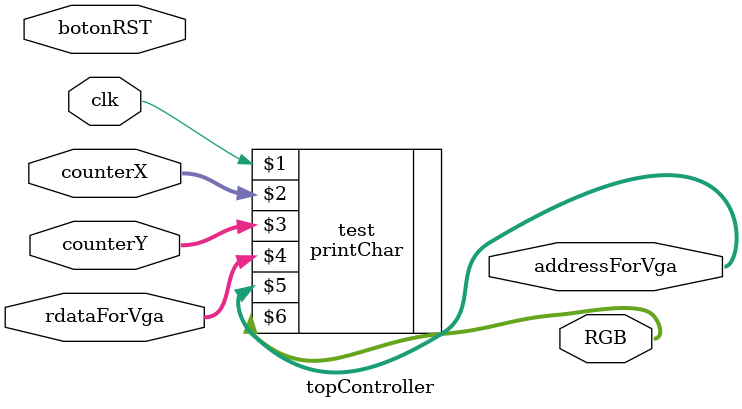
<source format=sv>
module topController 
			(
			 input logic clk, botonRST,  
			 input logic [9:0] counterX, counterY,
			 input [31:0] rdataForVga,
			 output logic[7:0] addressForVga,
          output logic [23:0] RGB
			);
			
	//int posX=10'd10;
	//int posX=10'd0;
	
	
	//------------------------------print CHAR --------------------------------------------//
	printChar test (clk,counterX, counterY, rdataForVga, addressForVga, RGB);
	
	/*
	
	logic [10:0] initialX,initialY;
	logic [7:0] char;
		 
	//------------------------------print CHAR --------------------------------------------//
	sprite test (clk,char, initialX, initialY,counterX, counterY,  RGB);
	
	
	always @*
		begin
			//if(counterX>=10'd60 && counterY>=initialY && counterX<=initialX+10'b32 && counterY<=initialY+10'b32)
			
			
			//------------------------------print H --------------------------------------------//
			if(counterX>=10'd150 && counterY>=10'd60 && counterX<10'd92 && counterY<=10'd92)
				begin
					initialX<=10'd60;
					initialY<=10'd60;
					char<=8'd72;
				end
				
			//------------------------------print O --------------------------------------------//
			if(counterX>=10'd92 && counterY>=10'd60 && counterX<10'd124 && counterY<=10'd92)
				begin
					initialX<=10'd92;
					initialY<=10'd60;
					char<=8'd79;
				end
				
			//------------------------------print L --------------------------------------------//
			if(counterX>=10'd124 && counterY>=10'd60 && counterX<10'd156 && counterY<=10'd92)
				begin
					initialX<=10'd124;
					initialY<=10'd60;
					char<=8'd76;
				end
				
			//------------------------------print A --------------------------------------------//
			if(counterX>=10'd156 && counterY>=10'd60 && counterX<10'd188 && counterY<=10'd92)
				begin
					initialX<=10'd156;
					initialY<=10'd60;
					char<=8'd65;
				end
				
		end

	*/
															
endmodule

</source>
